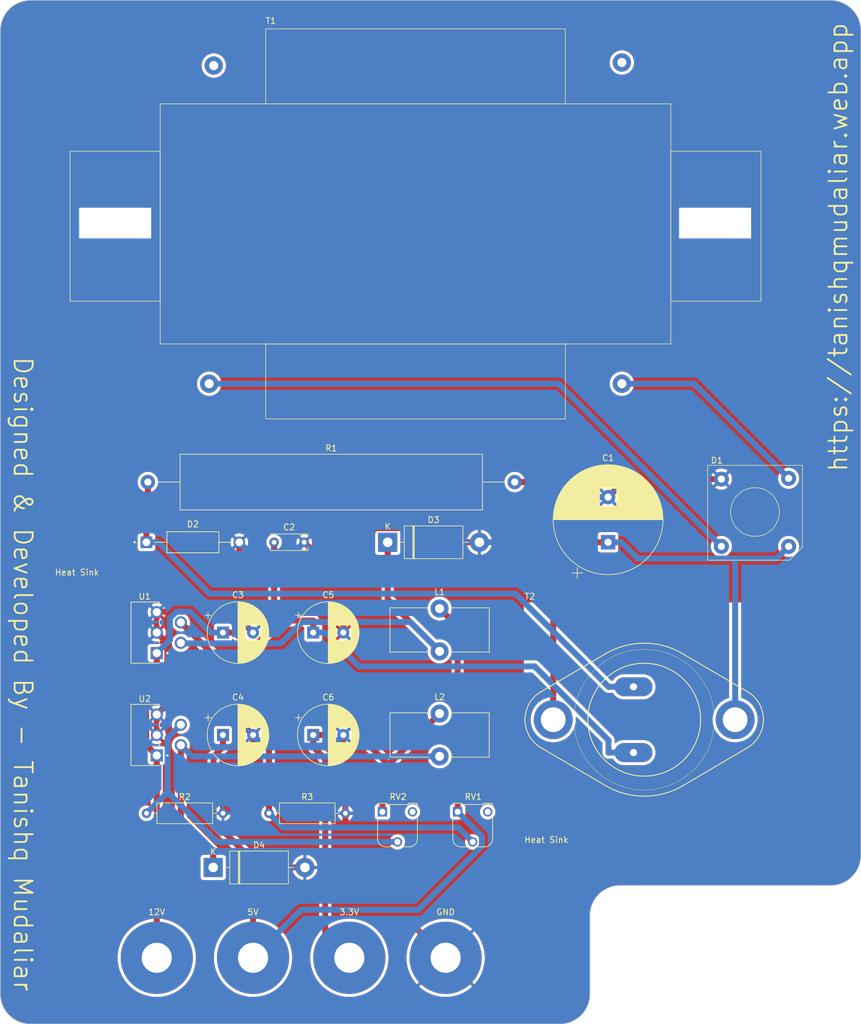
<source format=kicad_pcb>
(kicad_pcb (version 20221018) (generator pcbnew)
  (title_block (title "Power SUpply") (date "2023-12-20") (company "Vidyalankar Polytechnic") (comment 1 "Mentor: Prof. Anjum Mujawar") (comment 2 "Khuzema Eranpurwala") (comment 3 "Rudra Nisar") (comment 4 "Tanishq Mudaliar") (comment 5 "Designed & Developed by"))
  (layers (0 "F.Cu" signal) (31 "B.Cu" signal) (34 "B.Paste" user) (35 "F.Paste" user) (36 "B.SilkS" user "B.Silkscreen") (37 "F.SilkS" user "F.Silkscreen") (38 "B.Mask" user) (39 "F.Mask" user) (44 "Edge.Cuts" user))
  (net 0 "")
  (net 1 "Net-(D1-+)")
  (net 2 "GND")
  (net 3 "~12V 3A DC")
  (net 4 "~5V 1.18A DC")
  (net 5 "~3.3V 1.87A DC")
  (net 6 "Net-(TR1-SB)")
  (net 7 "Net-(TR1-SA)")
  (net 8 "Net-(D2-K)")
  (net 9 "Net-(D3-K)")
  (net 10 "Net-(D4-K)")
  (net 15 "Net-(U2-FEEDBACK)")
  (net 16 "Net-(U1-FEEDBACK)")
  (footprint "Capacitor_THT:C_Disc_D6.0mm_W2.5mm_P5.00mm" (layer "F.Cu") (at 112.5 106)
    (fp_text reference "C2" (at 2.5 -2.5) (layer "F.SilkS"))
    (fp_text value "0.01 uF")
    (pad "1" thru_hole circle (at 0 0) (size 1.6 1.6) (drill 0.8) (layers "*.Cu" "*.Mask") (net 3 "~12V 3A DC"))
    (pad "2" thru_hole circle (at 5 0) (size 1.6 1.6) (drill 0.8) (layers "*.Cu" "*.Mask") (net 2 "GND"))
  )
  (footprint "Capacitor_THT:CP_Radial_D10.0mm_P5.00mm" (layer "F.Cu") (at 119 138)
    (fp_text reference "C6" (at 2.5 -6.25) (layer "F.SilkS"))
    (fp_text value "220 uF 50V")
    (pad "1" thru_hole rect (at 0 0) (size 2 2) (drill 1) (layers "*.Cu" "*.Mask") (net 5 "~3.3V 1.87A DC"))
    (pad "2" thru_hole circle (at 5 0) (size 2 2) (drill 1) (layers "*.Cu" "*.Mask") (net 2 "GND"))
  )
  (footprint "LM2596T-ADJ_NOPB:TO170P1016X470X2092-5" (layer "F.Cu") (at 93 124.4 90)
    (fp_text reference "U1" (at 9.4 -2) (layer "F.SilkS"))
    (fp_text value "LM2596T-ADJ_NOPB")
    (pad "1" thru_hole rect (at 0 0 90) (size 2.025 2.025) (drill 1.35) (layers "*.Cu" "*.Mask") (net 3 "~12V 3A DC"))
    (pad "2" thru_hole circle (at 1.7 4 90) (size 2.025 2.025) (drill 1.35) (layers "*.Cu" "*.Mask") (net 9 "Net-(D3-K)"))
    (pad "3" thru_hole circle (at 3.4 0 90) (size 2.025 2.025) (drill 1.35) (layers "*.Cu" "*.Mask") (net 2 "GND"))
    (pad "4" thru_hole circle (at 5.1 4 90) (size 2.025 2.025) (drill 1.35) (layers "*.Cu" "*.Mask") (net 16 "Net-(U1-FEEDBACK)"))
    (pad "5" thru_hole circle (at 6.8 0 90) (size 2.025 2.025) (drill 1.35) (layers "*.Cu" "*.Mask") (net 2 "GND"))
  )
  (footprint "Diode_THT:D_DO-201AD_P15.24mm_Horizontal" (layer "F.Cu") (at 131.38 106)
    (fp_text reference "D3" (at 7.62 -3.72) (layer "F.SilkS"))
    (fp_text value "IN5822")
    (fp_text user "K" (at 0 -2.6) (layer "F.SilkS"))
    (pad "1" thru_hole rect (at 0 0) (size 3.2 3.2) (drill 1.6) (layers "*.Cu" "*.Mask") (net 9 "Net-(D3-K)"))
    (pad "2" thru_hole oval (at 15.24 0) (size 3.2 3.2) (drill 1.6) (layers "*.Cu" "*.Mask") (net 2 "GND"))
  )
  (footprint "Banana Clips:Banana Clips" (layer "F.Cu") (at 109 175 90)
    (fp_text reference "J2" hide)
    (fp_text value "~5V 1.18A DC" hide)
    (pad "1" thru_hole circle (at 0 0 90) (size 12 12) (drill 5) (layers "*.Cu" "*.Mask") (net 4 "~5V 1.18A DC"))
  )
  (footprint "Inductor_THT:L_Toroid_Vertical_L16.3mm_W7.1mm_P7.11mm_Pulse_H" (layer "F.Cu") (at 140 117)
    (fp_text reference "L1" (at 0 -2.75) (layer "F.SilkS"))
    (fp_text value "33 uH 3.5A")
    (pad "1" thru_hole circle (at 0 0) (size 3 3) (drill 1.5) (layers "*.Cu" "*.Mask") (net 4 "~5V 1.18A DC"))
    (pad "2" thru_hole circle (at 0 7.11) (size 3 3) (drill 1.5) (layers "*.Cu" "*.Mask") (net 9 "Net-(D3-K)"))
  )
  (footprint "Diode_THT:D_DO-201AD_P15.24mm_Horizontal" (layer "F.Cu") (at 102.38 160)
    (fp_text reference "D4" (at 7.62 -3.72) (layer "F.SilkS"))
    (fp_text value "IN5822")
    (fp_text user "K" (at 0 -2.6) (layer "F.SilkS"))
    (pad "1" thru_hole rect (at 0 0) (size 3.2 3.2) (drill 1.6) (layers "*.Cu" "*.Mask") (net 10 "Net-(D4-K)"))
    (pad "2" thru_hole oval (at 15.24 0) (size 3.2 3.2) (drill 1.6) (layers "*.Cu" "*.Mask") (net 2 "GND"))
  )
  (footprint "Resistor_THT:R_Axial_Power_L50.0mm_W9.0mm_P60.96mm" (layer "F.Cu") (at 91.52 96)
    (fp_text reference "R1" (at 30.48 -5.62) (layer "F.SilkS"))
    (fp_text value "680 OHMS 20W")
    (pad "1" thru_hole circle (at 0 0) (size 2.4 2.4) (drill 1.2) (layers "*.Cu" "*.Mask") (net 8 "Net-(D2-K)"))
    (pad "2" thru_hole oval (at 60.96 0) (size 2.4 2.4) (drill 1.2) (layers "*.Cu" "*.Mask") (net 1 "Net-(D1-+)"))
  )
  (footprint "LM2596T-ADJ_NOPB:TO170P1016X470X2092-5" (layer "F.Cu") (at 93 141.4 90)
    (fp_text reference "U2" (at 9.4 -2) (layer "F.SilkS"))
    (fp_text value "LM2596T-ADJ_NOPB")
    (pad "1" thru_hole rect (at 0 0 90) (size 2.025 2.025) (drill 1.35) (layers "*.Cu" "*.Mask") (net 3 "~12V 3A DC"))
    (pad "2" thru_hole circle (at 1.7 4 90) (size 2.025 2.025) (drill 1.35) (layers "*.Cu" "*.Mask") (net 10 "Net-(D4-K)"))
    (pad "3" thru_hole circle (at 3.4 0 90) (size 2.025 2.025) (drill 1.35) (layers "*.Cu" "*.Mask") (net 2 "GND"))
    (pad "4" thru_hole circle (at 5.1 4 90) (size 2.025 2.025) (drill 1.35) (layers "*.Cu" "*.Mask") (net 15 "Net-(U2-FEEDBACK)"))
    (pad "5" thru_hole circle (at 6.8 0 90) (size 2.025 2.025) (drill 1.35) (layers "*.Cu" "*.Mask") (net 2 "GND"))
  )
  (footprint "Inductor_THT:L_Toroid_Vertical_L16.3mm_W7.1mm_P7.11mm_Pulse_H" (layer "F.Cu") (at 140 134.445)
    (fp_text reference "L2" (at 0 -2.75) (layer "F.SilkS"))
    (fp_text value "33 uH 3.5A")
    (pad "1" thru_hole circle (at 0 0) (size 3 3) (drill 1.5) (layers "*.Cu" "*.Mask") (net 5 "~3.3V 1.87A DC"))
    (pad "2" thru_hole circle (at 0 7.11) (size 3 3) (drill 1.5) (layers "*.Cu" "*.Mask") (net 10 "Net-(D4-K)"))
  )
  (footprint "Potentiometer_THT:Potentiometer_Runtron_RM-065_Vertical" (layer "F.Cu") (at 130.5 150.76)
    (fp_text reference "RV2" (at 2.6 -2.5) (layer "F.SilkS"))
    (fp_text value "2K OHMS 1/2W")
    (pad "1" thru_hole rect (at 0 0) (size 1.56 1.56) (drill 1) (layers "*.Cu" "*.Mask") (net 5 "~3.3V 1.87A DC"))
    (pad "2" thru_hole circle (at 2.5 5) (size 1.56 1.56) (drill 1) (layers "*.Cu" "*.Mask") (net 15 "Net-(U2-FEEDBACK)"))
    (pad "3" thru_hole circle (at 5 0) (size 1.56 1.56) (drill 1) (layers "*.Cu" "*.Mask"))
  )
  (footprint "Banana Clips:Banana Clips" (layer "F.Cu") (at 93 175 90)
    (fp_text reference "J1" hide)
    (fp_text value "~12V 3A DC" hide)
    (pad "1" thru_hole circle (at 0 0 90) (size 12 12) (drill 5) (layers "*.Cu" "*.Mask") (net 3 "~12V 3A DC"))
  )
  (footprint "Potentiometer_THT:Potentiometer_Runtron_RM-065_Vertical" (layer "F.Cu") (at 143 150.76)
    (fp_text reference "RV1" (at 2.6 -2.5) (layer "F.SilkS"))
    (fp_text value "5K OHMS 1/2W")
    (pad "1" thru_hole rect (at 0 0) (size 1.56 1.56) (drill 1) (layers "*.Cu" "*.Mask") (net 4 "~5V 1.18A DC"))
    (pad "2" thru_hole circle (at 2.5 5) (size 1.56 1.56) (drill 1) (layers "*.Cu" "*.Mask") (net 16 "Net-(U1-FEEDBACK)"))
    (pad "3" thru_hole circle (at 5 0) (size 1.56 1.56) (drill 1) (layers "*.Cu" "*.Mask"))
  )
  (footprint "15V 5A Transformer:15V 5A Transformer" (layer "F.Cu") (at 136 53)
    (fp_text reference "TR1" hide)
    (fp_text value "230V 60HZ TO 15V 5A" hide)
    (fp_rect (start -55.88 -2.54) (end -43.942 2.54) (stroke (width 0.05)) (fill none) (layer "Edge.Cuts"))
    (fp_rect (start 43.815 -2.54) (end 55.753 2.54) (stroke (width 0.05)) (fill none) (layer "Edge.Cuts"))
    (pad "1" thru_hole circle (at -33.528 -26.162) (size 3.048 3.048) (drill 1.524) (layers "*.Cu" "*.Mask"))
    (pad "2" thru_hole circle (at 34.29 -26.67) (size 3.048 3.048) (drill 1.524) (layers "*.Cu" "*.Mask"))
    (pad "3" thru_hole circle (at -34.29 26.67) (size 3.048 3.048) (drill 1.524) (layers "*.Cu" "*.Mask") (net 7 "Net-(TR1-SA)"))
    (pad "4" thru_hole circle (at 34.29 26.67) (size 3.048 3.048) (drill 1.524) (layers "*.Cu" "*.Mask") (net 6 "Net-(TR1-SB)"))
  )
  (footprint "1N5349B:DIOAD1543W101L863D368" (layer "F.Cu") (at 99 106)
    (fp_text reference "D2" (at 0 -3) (layer "F.SilkS"))
    (fp_text value "12V 5W ZENER DIODE")
    (pad "1" thru_hole rect (at -7.715 0) (size 1.94 1.94) (drill 1.29) (layers "*.Cu" "*.Mask") (net 8 "Net-(D2-K)"))
    (pad "2" thru_hole circle (at 7.715 0) (size 1.94 1.94) (drill 1.29) (layers "*.Cu" "*.Mask") (net 2 "GND"))
  )
  (footprint "Banana Clips:Banana Clips" (layer "F.Cu") (at 125 175 90)
    (fp_text reference "J3" hide)
    (fp_text value "~3.3V 1.87A DC" hide)
    (pad "1" thru_hole circle (at 0 0 90) (size 12 12) (drill 5) (layers "*.Cu" "*.Mask") (net 5 "~3.3V 1.87A DC"))
  )
  (footprint "Capacitor_THT:CP_Radial_D10.0mm_P5.00mm" (layer "F.Cu") (at 119 121)
    (fp_text reference "C5" (at 2.5 -6.25) (layer "F.SilkS"))
    (fp_text value "220 uF 50V")
    (pad "1" thru_hole rect (at 0 0) (size 2 2) (drill 1) (layers "*.Cu" "*.Mask") (net 3 "~12V 3A DC"))
    (pad "2" thru_hole circle (at 5 0) (size 2 2) (drill 1) (layers "*.Cu" "*.Mask") (net 2 "GND"))
  )
  (footprint "Capacitor_THT:CP_Radial_D10.0mm_P5.00mm" (layer "F.Cu") (at 104 138)
    (fp_text reference "C4" (at 2.5 -6.25) (layer "F.SilkS"))
    (fp_text value "220 uF 50V")
    (pad "1" thru_hole rect (at 0 0) (size 2 2) (drill 1) (layers "*.Cu" "*.Mask") (net 4 "~5V 1.18A DC"))
    (pad "2" thru_hole circle (at 5 0) (size 2 2) (drill 1) (layers "*.Cu" "*.Mask") (net 2 "GND"))
  )
  (footprint "Capacitor_THT:CP_Radial_D10.0mm_P5.00mm" (layer "F.Cu") (at 104 121)
    (fp_text reference "C3" (at 2.5 -6.25) (layer "F.SilkS"))
    (fp_text value "220 uF 50V")
    (pad "1" thru_hole rect (at 0 0) (size 2 2) (drill 1) (layers "*.Cu" "*.Mask") (net 3 "~12V 3A DC"))
    (pad "2" thru_hole circle (at 5 0) (size 2 2) (drill 1) (layers "*.Cu" "*.Mask") (net 2 "GND"))
  )
  (footprint "2N3055:TO3" (layer "F.Cu") (at 174 135.461)
    (fp_text reference "T2" (at -19 -20.461) (layer "F.SilkS"))
    (fp_text value "2N3055")
    (pad "B" thru_hole oval (at -1.778 -5.461) (size 6.2992 3.1496) (drill 1.1938) (layers "*.Cu" "*.Mask") (net 8 "Net-(D2-K)"))
    (pad "C" thru_hole circle (at 15.113 0) (size 6.477 6.477) (drill 4.1148) (layers "*.Cu" "*.Mask") (net 1 "Net-(D1-+)"))
    (pad "C/" thru_hole circle (at -15.113 0) (size 6.477 6.477) (drill 4.1148) (layers "*.Cu" "*.Mask") (net 1 "Net-(D1-+)"))
    (pad "E" thru_hole oval (at -1.778 5.461) (size 6.2992 3.1496) (drill 1.1938) (layers "*.Cu" "*.Mask") (net 3 "~12V 3A DC"))
  )
  (footprint "Banana Clips:Banana Clips" (layer "F.Cu") (at 141 175 90)
    (fp_text reference "J4" hide)
    (fp_text value "~3.3V 1.87A DC" hide)
    (pad "1" thru_hole circle (at 0 0 90) (size 12 12) (drill 5) (layers "*.Cu" "*.Mask") (net 2 "GND"))
  )
  (footprint "Resistor_THT:R_Axial_DIN0309_L9.0mm_D3.2mm_P12.70mm_Horizontal" (layer "F.Cu") (at 91.3 151)
    (fp_text reference "R2" (at 6.35 -2.72) (layer "F.SilkS"))
    (fp_text value "1K OHMS 1/2W")
    (pad "1" thru_hole circle (at 0 0) (size 1.6 1.6) (drill 0.8) (layers "*.Cu" "*.Mask") (net 15 "Net-(U2-FEEDBACK)"))
    (pad "2" thru_hole oval (at 12.7 0) (size 1.6 1.6) (drill 0.8) (layers "*.Cu" "*.Mask") (net 2 "GND"))
  )
  (footprint "Capacitor_THT:CP_Radial_D18.0mm_P7.50mm" (layer "F.Cu") (at 168 106 90)
    (fp_text reference "C1" (at 14 0) (layer "F.SilkS"))
    (fp_text value "4700 uF 50V")
    (pad "1" thru_hole rect (at 0 0 90) (size 2.4 2.4) (drill 1.2) (layers "*.Cu" "*.Mask") (net 1 "Net-(D1-+)"))
    (pad "2" thru_hole circle (at 7.5 0 90) (size 2.4 2.4) (drill 1.2) (layers "*.Cu" "*.Mask") (net 2 "GND"))
  )
  (footprint "Bridge Rectifier:BR68" (layer "F.Cu") (at 199.905 93.226 180)
    (fp_text reference "D1" hide)
    (fp_text value "BR68 - 800V 6A BRIDGE RECTIFIER" hide)
    (pad "1" thru_hole circle (at 1.905 -13.462 180) (size 2.5 2.5) (drill 1.2) (layers "*.Cu" "*.Mask") (net 1 "Net-(D1-+)"))
    (pad "2" thru_hole circle (at 13.081 -2.286 180) (size 2.5 2.5) (drill 1.2) (layers "*.Cu" "*.Mask") (net 2 "GND"))
    (pad "3" thru_hole circle (at 1.905 -2.159 180) (size 2.5 2.5) (drill 1.2) (layers "*.Cu" "*.Mask") (net 6 "Net-(TR1-SB)"))
    (pad "4" thru_hole circle (at 13.081 -13.462 180) (size 2.5 2.5) (drill 1.2) (layers "*.Cu" "*.Mask") (net 7 "Net-(TR1-SA)"))
  )
  (footprint "Resistor_THT:R_Axial_DIN0309_L9.0mm_D3.2mm_P12.70mm_Horizontal" (layer "F.Cu") (at 111.65 151)
    (fp_text reference "R3" (at 6.35 -2.72) (layer "F.SilkS"))
    (fp_text value "1K OHMS 1/2W")
    (pad "1" thru_hole circle (at 0 0) (size 1.6 1.6) (drill 0.8) (layers "*.Cu" "*.Mask") (net 16 "Net-(U1-FEEDBACK)"))
    (pad "2" thru_hole oval (at 12.7 0) (size 1.6 1.6) (drill 0.8) (layers "*.Cu" "*.Mask") (net 2 "GND"))
  )
  (gr_line (start 165 168) (end 165 181) (stroke (width 0.1)) (layer "Edge.Cuts"))
  (gr_line (start 210 21) (end 210 158) (stroke (width 0.1)) (layer "Edge.Cuts"))
  (gr_arc (start 205 16) (mid 208.535533 17.464466) (end 210 21) (stroke (width 0.1)) (layer "Edge.Cuts"))
  (gr_line (start 205 163) (end 173 163) (stroke (width 0.1)) (layer "Edge.Cuts"))
  (gr_line (start 67 181) (end 67 21) (stroke (width 0.1)) (layer "Edge.Cuts"))
  (gr_line (start 173 163) (end 170 163) (stroke (width 0.1)) (layer "Edge.Cuts"))
  (gr_arc (start 165 168) (mid 166.464466 164.464466) (end 170 163) (stroke (width 0.1)) (layer "Edge.Cuts"))
  (gr_arc (start 210 158) (mid 208.535534 161.535534) (end 205 163) (stroke (width 0.1)) (layer "Edge.Cuts"))
  (gr_line (start 160 186) (end 72 186) (stroke (width 0.1)) (layer "Edge.Cuts"))
  (gr_line (start 72 16) (end 205 16) (stroke (width 0.1)) (layer "Edge.Cuts"))
  (gr_arc (start 165 181) (mid 163.535534 184.535534) (end 160 186) (stroke (width 0.1)) (layer "Edge.Cuts"))
  (gr_arc (start 72 186) (mid 68.464466 184.535534) (end 67 181) (stroke (width 0.1)) (layer "Edge.Cuts"))
  (gr_arc (start 67 21) (mid 68.464466 17.464466) (end 72 16) (stroke (width 0.1)) (layer "Edge.Cuts"))
  (gr_text "12V" (at 93 168) (layer "F.SilkS") (effects (font (size 1 1)) (justify bottom)))
  (gr_text "D1" (at 185 93) (layer "F.SilkS") (effects (font (size 1 1)) (justify left bottom)))
  (gr_text "T1" (at 111 20) (layer "F.SilkS") (effects (font (size 1 1)) (justify left bottom)))
  (gr_text "3.3V\n" (at 125 168) (layer "F.SilkS") (effects (font (size 1 1)) (justify bottom)))
  (gr_text "Designed & Developed By - Tanishq Mudaliar" (at 69 75 -90) (layer "F.SilkS") (effects (font (size 3 3) (thickness 0.3)) (justify left bottom)))
  (gr_text "Heat Sink" (at 76 111) (layer "F.SilkS") (effects (font (size 1 1)) (justify left)))
  (gr_text "https://tanishqmudaliar.web.app" (at 208 57 90) (layer "F.SilkS") (effects (font (size 3 3) (thickness 0.3)) (justify bottom)))
  (gr_text "GND" (at 141 168) (layer "F.SilkS") (effects (font (size 1 1)) (justify bottom)))
  (gr_text "Heat Sink" (at 154 156) (layer "F.SilkS") (effects (font (size 1 1)) (justify left bottom)))
  (gr_text "5V" (at 109 168) (layer "F.SilkS") (effects (font (size 1 1)) (justify bottom)))
  (segment (start 165.8 106) (end 155.8 96) (width 1) (layer "F.Cu") (net 1))
  (segment (start 158.887 112.913) (end 165.8 106) (width 1) (layer "F.Cu") (net 1))
  (segment (start 155.8 96) (end 152.48 96) (width 1) (layer "F.Cu") (net 1))
  (segment (start 158.887 135.461) (end 158.887 112.913) (width 1) (layer "F.Cu") (net 1))
  (segment (start 168 106) (end 165.8 106) (width 1) (layer "F.Cu") (net 1))
  (segment (start 172.9017 108.7017) (end 170.2 106) (width 1) (layer "B.Cu") (net 1))
  (segment (start 198 106.688) (end 195.9863 108.7017) (width 1) (layer "B.Cu") (net 1))
  (segment (start 195.9863 108.7017) (end 189.113 108.7017) (width 1) (layer "B.Cu") (net 1))
  (segment (start 189.113 108.7017) (end 189.113 135.461) (width 1) (layer "B.Cu") (net 1))
  (segment (start 189.113 108.7017) (end 172.9017 108.7017) (width 1) (layer "B.Cu") (net 1))
  (segment (start 168 106) (end 170.2 106) (width 1) (layer "B.Cu") (net 1))
  (segment (start 104 149.2) (end 109 144.2) (width 1) (layer "F.Cu") (net 2))
  (segment (start 144.02 106) (end 141.6662 103.6462) (width 1) (layer "F.Cu") (net 2))
  (segment (start 106.715 118.715) (end 109 121) (width 1) (layer "F.Cu") (net 2))
  (segment (start 124 148.85) (end 124.35 149.2) (width 1) (layer "F.Cu") (net 2))
  (segment (start 108.0141 153.3277) (end 108.0141 153.3276) (width 1) (layer "F.Cu") (net 2))
  (segment (start 146.62 106) (end 144.02 106) (width 1) (layer "F.Cu") (net 2))
  (segment (start 186.824 95.512) (end 170.988 95.512) (width 1) (layer "F.Cu") (net 2))
  (segment (start 170.988 95.512) (end 168 98.5) (width 1) (layer "F.Cu") (net 2))
  (segment (start 93 121) (end 94.7644 122.7644) (width 1) (layer "F.Cu") (net 2))
  (segment (start 104 149.3135) (end 104 149.2) (width 1) (layer "F.Cu") (net 2))
  (segment (start 124.35 158.35) (end 124.35 151) (width 1) (layer "F.Cu") (net 2))
  (segment (start 115.02 160) (end 108.3477 153.3277) (width 1) (layer "F.Cu") (net 2))
  (segment (start 124.35 151) (end 124.35 149.2) (width 1) (layer "F.Cu") (net 2))
  (segment (start 94.7644 122.7644) (end 94.7644 132.8356) (width 1) (layer "F.Cu") (net 2))
  (segment (start 93 134.6) (end 93 138) (width 1) (layer "F.Cu") (net 2))
  (segment (start 117.62 160) (end 115.02 160) (width 1) (layer "F.Cu") (net 2))
  (segment (start 93.0747 117.5253) (end 93 117.6) (width 1) (layer "F.Cu") (net 2))
  (segment (start 103.8356 132.8356) (end 94.7644 132.8356) (width 1) (layer "F.Cu") (net 2))
  (segment (start 141.6662 103.6462) (end 129.399 103.6462) (width 1) (layer "F.Cu") (net 2))
  (segment (start 109 138) (end 103.8356 132.8356) (width 1) (layer "F.Cu") (net 2))
  (segment (start 106.715 117.5253) (end 106.715 118.715) (width 1) (layer "F.Cu") (net 2))
  (segment (start 106.715 106) (end 106.715 117.5253) (width 1) (layer "F.Cu") (net 2))
  (segment (start 106.715 117.5253) (end 93.0747 117.5253) (width 1) (layer "F.Cu") (net 2))
  (segment (start 94.7644 132.8356) (end 93 134.6) (width 1) (layer "F.Cu") (net 2))
  (segment (start 124 112.5) (end 124 121) (width 1) (layer "F.Cu") (net 2))
  (segment (start 129.399 103.6462) (end 122.2726 110.7726) (width 1) (layer "F.Cu") (net 2))
  (segment (start 108.0141 153.3276) (end 104 149.3135) (width 1) (layer "F.Cu") (net 2))
  (segment (start 109 144.2) (end 109 138) (width 1) (layer "F.Cu") (net 2))
  (segment (start 122.2726 110.7726) (end 124 112.5) (width 1) (layer "F.Cu") (net 2))
  (segment (start 104 151) (end 104 149.3135) (width 1) (layer "F.Cu") (net 2))
  (segment (start 141 175) (end 124.35 158.35) (width 1) (layer "F.Cu") (net 2))
  (segment (start 124 138) (end 124 148.85) (width 1) (layer "F.Cu") (net 2))
  (segment (start 108.3477 153.3277) (end 108.0141 153.3277) (width 1) (layer "F.Cu") (net 2))
  (segment (start 93 117.6) (end 93 121) (width 1) (layer "F.Cu") (net 2))
  (segment (start 117.5 106) (end 122.2726 110.7726) (width 1) (layer "F.Cu") (net 2))
  (segment (start 109 138) (end 110.7519 139.7519) (width 1) (layer "B.Cu") (net 2))
  (segment (start 108.2838 107.5688) (end 115.9312 107.5688) (width 1) (layer "B.Cu") (net 2))
  (segment (start 146.62 106) (end 149.22 106) (width 1) (layer "B.Cu") (net 2))
  (segment (start 156.72 98.5) (end 149.22 106) (width 1) (layer "B.Cu") (net 2))
  (segment (start 106.715 106) (end 108.2838 107.5688) (width 1) (layer "B.Cu") (net 2))
  (segment (start 168 98.5) (end 156.72 98.5) (width 1) (layer "B.Cu") (net 2))
  (segment (start 115.9312 107.5688) (end 117.5 106) (width 1) (layer "B.Cu") (net 2))
  (segment (start 110.7519 139.7519) (end 122.2481 139.7519) (width 1) (layer "B.Cu") (net 2))
  (segment (start 122.2481 139.7519) (end 124 138) (width 1) (layer "B.Cu") (net 2))
  (segment (start 112.5 119.9871) (end 112.5 119) (width 1) (layer "F.Cu") (net 3))
  (segment (start 93 126.4125) (end 91.2288 128.1837) (width 1) (layer "F.Cu") (net 3))
  (segment (start 107.7791 122.7791) (end 109.708 122.7791) (width 1) (layer "F.Cu") (net 3))
  (segment (start 109.708 122.7791) (end 112.5 119.9871) (width 1) (layer "F.Cu") (net 3))
  (segment (start 104 121) (end 106 121) (width 1) (layer "F.Cu") (net 3))
  (segment (start 91.2288 139.6288) (end 93 141.4) (width 1) (layer "F.Cu") (net 3))
  (segment (start 93 124.4) (end 93 126.4125) (width 1) (layer "F.Cu") (net 3))
  (segment (start 93 141.4) (end 93 175) (width 1) (layer "F.Cu") (net 3))
  (segment (start 91.2288 128.1837) (end 91.2288 139.6288) (width 1) (layer "F.Cu") (net 3))
  (segment (start 112.5 119) (end 112.5 106) (width 1) (layer "F.Cu") (net 3))
  (segment (start 119 121) (end 119 119) (width 1) (layer "F.Cu") (net 3))
  (segment (start 112.5 119) (end 119 119) (width 1) (layer "F.Cu") (net 3))
  (segment (start 106 121) (end 107.7791 122.7791) (width 1) (layer "F.Cu") (net 3))
  (segment (start 104 121) (end 102 121) (width 1) (layer "B.Cu") (net 3))
  (segment (start 155.8048 126.6129) (end 126.6129 126.6129) (width 1) (layer "B.Cu") (net 3))
  (segment (start 102 121) (end 98.5303 117.5303) (width 1) (layer "B.Cu") (net 3))
  (segment (start 96.2508 117.5303) (end 95.1906 118.5905) (width 1) (layer "B.Cu") (net 3))
  (segment (start 168.0724 138.8805) (end 155.8048 126.6129) (width 1) (layer "B.Cu") (net 3))
  (segment (start 95.1906 122.2094) (end 93 124.4) (width 1) (layer "B.Cu") (net 3))
  (segment (start 168.0724 140.922) (end 168.0724 138.8805) (width 1) (layer "B.Cu") (net 3))
  (segment (start 98.5303 117.5303) (end 96.2508 117.5303) (width 1) (layer "B.Cu") (net 3))
  (segment (start 119 121) (end 121 121) (width 1) (layer "B.Cu") (net 3))
  (segment (start 172.222 140.922) (end 168.0724 140.922) (width 1) (layer "B.Cu") (net 3))
  (segment (start 95.1906 118.5905) (end 95.1906 122.2094) (width 1) (layer "B.Cu") (net 3))
  (segment (start 126.6129 126.6129) (end 121 121) (width 1) (layer "B.Cu") (net 3))
  (segment (start 143 120) (end 140 117) (width 1) (layer "F.Cu") (net 4))
  (segment (start 109 175) (end 109 158.9077) (width 1) (layer "F.Cu") (net 4))
  (segment (start 109 158.9077) (end 102.4305 152.3382) (width 1) (layer "F.Cu") (net 4))
  (segment (start 143 150.76) (end 143 120) (width 1) (layer "F.Cu") (net 4))
  (segment (start 102.4305 152.3382) (end 102.4305 141.5695) (width 1) (layer "F.Cu") (net 4))
  (segment (start 102.4305 141.5695) (end 104 140) (width 1) (layer "F.Cu") (net 4))
  (segment (start 104 138) (end 104 140) (width 1) (layer "F.Cu") (net 4))
  (segment (start 143 150.76) (end 147.0367 154.7967) (width 1) (layer "B.Cu") (net 4))
  (segment (start 147.0367 156.4526) (end 136.4628 167.0265) (width 1) (layer "B.Cu") (net 4))
  (segment (start 147.0367 154.7967) (end 147.0367 156.4526) (width 1) (layer "B.Cu") (net 4))
  (segment (start 136.4628 167.0265) (end 116.9735 167.0265) (width 1) (layer "B.Cu") (net 4))
  (segment (start 116.9735 167.0265) (end 109 175) (width 1) (layer "B.Cu") (net 4))
  (segment (start 121 171) (end 125 175) (width 1) (layer "F.Cu") (net 5))
  (segment (start 130.5 143.5222) (end 131.2975 142.7247) (width 1) (layer "F.Cu") (net 5))
  (segment (start 131.7203 142.7247) (end 140 134.445) (width 1) (layer "F.Cu") (net 5))
  (segment (start 119 138) (end 121 138) (width 1) (layer "F.Cu") (net 5))
  (segment (start 121 142) (end 121 171) (width 1) (layer "F.Cu") (net 5))
  (segment (start 119 138) (end 119 140) (width 1) (layer "F.Cu") (net 5))
  (segment (start 131.2975 142.7247) (end 131.7203 142.7247) (width 1) (layer "F.Cu") (net 5))
  (segment (start 122.7766 136.2234) (end 121 138) (width 1) (layer "F.Cu") (net 5))
  (segment (start 130.5 150.76) (end 130.5 143.5222) (width 1) (layer "F.Cu") (net 5))
  (segment (start 124.7962 136.2234) (end 122.7766 136.2234) (width 1) (layer "F.Cu") (net 5))
  (segment (start 131.2975 142.7247) (end 124.7962 136.2234) (width 1) (layer "F.Cu") (net 5))
  (segment (start 119 140) (end 121 142) (width 1) (layer "F.Cu") (net 5))
  (segment (start 198 95.385) (end 182.285 79.67) (width 1) (layer "B.Cu") (net 6))
  (segment (start 182.285 79.67) (end 170.29 79.67) (width 1) (layer "B.Cu") (net 6))
  (segment (start 159.806 79.67) (end 101.71 79.67) (width 1) (layer "B.Cu") (net 7))
  (segment (start 186.824 106.688) (end 159.806 79.67) (width 1) (layer "B.Cu") (net 7))
  (segment (start 91.52 103.795) (end 91.52 96) (width 1) (layer "F.Cu") (net 8))
  (segment (start 91.285 106) (end 91.285 104.03) (width 1) (layer "F.Cu") (net 8))
  (segment (start 91.285 104.03) (end 91.52 103.795) (width 1) (layer "F.Cu") (net 8))
  (segment (start 168.0724 130) (end 152.6135 114.5411) (width 1) (layer "B.Cu") (net 8))
  (segment (start 101.7961 114.5411) (end 93.255 106) (width 1) (layer "B.Cu") (net 8))
  (segment (start 172.222 130) (end 168.0724 130) (width 1) (layer "B.Cu") (net 8))
  (segment (start 152.6135 114.5411) (end 101.7961 114.5411) (width 1) (layer "B.Cu") (net 8))
  (segment (start 91.285 106) (end 93.255 106) (width 1) (layer "B.Cu") (net 8))
  (segment (start 140 124.11) (end 131.38 115.49) (width 1) (layer "F.Cu") (net 9))
  (segment (start 131.38 115.49) (end 131.38 106) (width 1) (layer "F.Cu") (net 9))
  (segment (start 97.0921 122.7921) (end 97 122.7) (width 1) (layer "B.Cu") (net 9))
  (segment (start 113.6288 122.7921) (end 97.0921 122.7921) (width 1) (layer "B.Cu") (net 9))
  (segment (start 140 124.11) (end 135.1304 119.2404) (width 1) (layer "B.Cu") (net 9))
  (segment (start 135.1304 119.2404) (end 117.1805 119.2404) (width 1) (layer "B.Cu") (net 9))
  (segment (start 117.1805 119.2404) (end 113.6288 122.7921) (width 1) (layer "B.Cu") (net 9))
  (segment (start 102.38 157.4) (end 97 152.02) (width 1) (layer "F.Cu") (net 10))
  (segment (start 97 152.02) (end 97 139.7) (width 1) (layer "F.Cu") (net 10))
  (segment (start 102.38 160) (end 102.38 157.4) (width 1) (layer "F.Cu") (net 10))
  (segment (start 98.855 141.555) (end 97 139.7) (width 1) (layer "B.Cu") (net 10))
  (segment (start 140 141.555) (end 98.855 141.555) (width 1) (layer "B.Cu") (net 10))
  (segment (start 133 155.76) (end 103.056 155.76) (width 1) (layer "B.Cu") (net 15))
  (segment (start 91.3 151) (end 94.798 147.502) (width 1) (layer "B.Cu") (net 15))
  (segment (start 94.798 138.502) (end 97 136.3) (width 1) (layer "B.Cu") (net 15))
  (segment (start 103.056 155.76) (end 94.798 147.502) (width 1) (layer "B.Cu") (net 15))
  (segment (start 94.798 147.502) (end 94.798 138.502) (width 1) (layer "B.Cu") (net 15))
  (segment (start 111.65 133.95) (end 97 119.3) (width 1) (layer "F.Cu") (net 16))
  (segment (start 111.65 151) (end 111.65 133.95) (width 1) (layer "F.Cu") (net 16))
  (segment (start 111.65 151) (end 114.0225 153.3725) (width 1) (layer "B.Cu") (net 16))
  (segment (start 143.1125 153.3725) (end 145.5 155.76) (width 1) (layer "B.Cu") (net 16))
  (segment (start 114.0225 153.3725) (end 143.1125 153.3725) (width 1) (layer "B.Cu") (net 16))
  (zone (net 0) (net_name "") (layer "F.Cu") (connect_pads (clearance 0)) (min_thickness 0.25)
    (keepout (tracks allowed) (vias allowed) (pads allowed) (copperpour not_allowed) (footprints allowed))
    (fill (thermal_gap 0.5) (thermal_bridge_width 0.5) (island_removal_mode 1) (island_area_min 10))
    (polygon (pts (xy 154 116) (xy 194 116) (xy 194 154) (xy 154 154)))
  )
  (zone (net 0) (net_name "") (layer "F.Cu") (connect_pads (clearance 0)) (min_thickness 0.25)
    (keepout (tracks allowed) (vias allowed) (pads allowed) (copperpour not_allowed) (footprints allowed))
    (fill (thermal_gap 0.5) (thermal_bridge_width 0.5) (island_removal_mode 1) (island_area_min 10))
    (polygon (pts (xy 75 112) (xy 89 112) (xy 89 147) (xy 75 147)))
  )
  (zone (net 0) (net_name "") (layer "F.Cu") (connect_pads (clearance 0)) (min_thickness 0.25)
    (keepout (tracks allowed) (vias allowed) (pads allowed) (copperpour not_allowed) (footprints allowed))
    (fill (thermal_gap 0.5) (thermal_bridge_width 0.5) (island_removal_mode 1) (island_area_min 10))
    (polygon (pts (xy 77 40) (xy 92 40) (xy 92 32) (xy 180 32) (xy 180 40) (xy 195 40) (xy 195 67) (xy 180 67) (xy 180 74) (xy 92 74) (xy 92 67) (xy 77 67)))
  )
  (zone (net 2) (net_name "GND") (layers "F&B.Cu") (connect_pads (clearance 0.5)) (min_thickness 0.25) (fill yes (thermal_gap 0.5) (thermal_bridge_width 0.5) (island_removal_mode 1) (island_area_min 10))
    (polygon (pts (xy 67 16) (xy 210 16) (xy 210 163) (xy 170 163) (xy 170 168) (xy 165 168) (xy 165 186) (xy 67 186)))
  )
)
</source>
